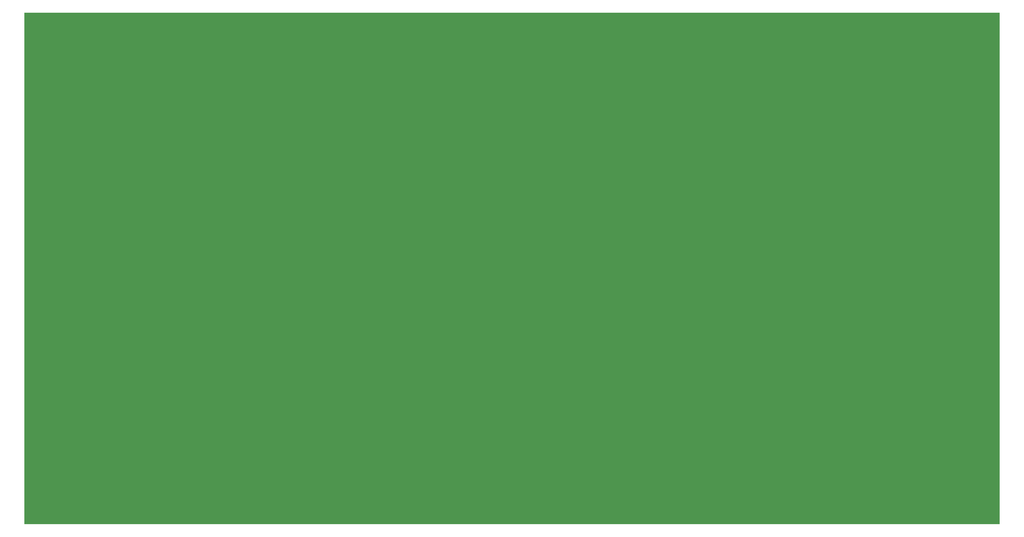
<source format=gbl>
%FSLAX22Y22*%
%MOIN*%
%ADD10R,1X1*%
D10*
G04 A rectangle *
X1000Y0D02*
X2000D01*
Y1000D01*
X04D01*
Y0D01*
X1000D01*
G04 Overlaping rectangle region *
G36*
X1000Y0D02*
X2000D01*
Y1000D01*
X04D01*
Y0D01*
X1000D01*
G37*
M02*

</source>
